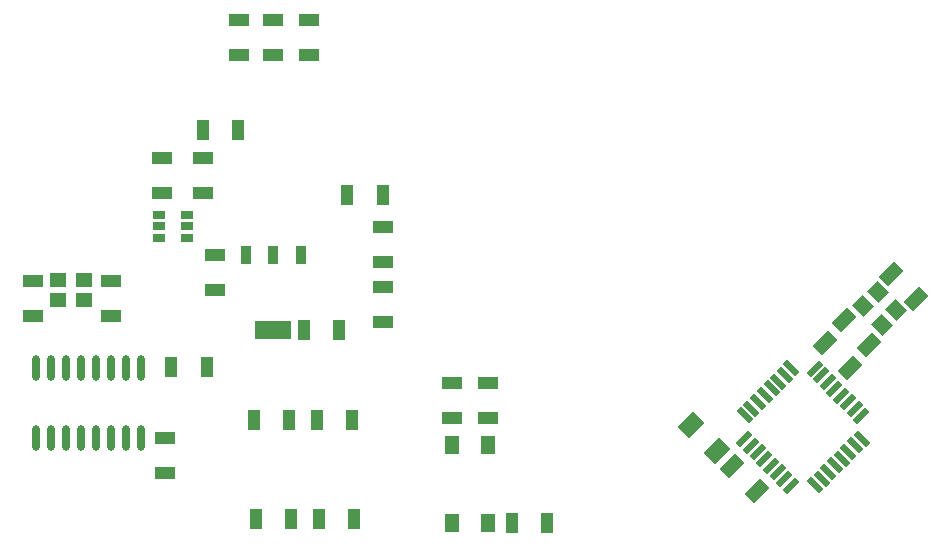
<source format=gtp>
G04*
G04 #@! TF.GenerationSoftware,Altium Limited,Altium Designer,21.1.1 (26)*
G04*
G04 Layer_Color=8421504*
%FSLAX25Y25*%
%MOIN*%
G70*
G04*
G04 #@! TF.SameCoordinates,7D5D5EFA-C770-4444-A878-D417F12E0F6E*
G04*
G04*
G04 #@! TF.FilePolarity,Positive*
G04*
G01*
G75*
%ADD22R,0.07100X0.04400*%
%ADD23R,0.04724X0.05906*%
%ADD24R,0.04400X0.07100*%
G04:AMPARAMS|DCode=25|XSize=54mil|YSize=73mil|CornerRadius=0mil|HoleSize=0mil|Usage=FLASHONLY|Rotation=135.000|XOffset=0mil|YOffset=0mil|HoleType=Round|Shape=Rectangle|*
%AMROTATEDRECTD25*
4,1,4,0.04490,0.00672,-0.00672,-0.04490,-0.04490,-0.00672,0.00672,0.04490,0.04490,0.00672,0.0*
%
%ADD25ROTATEDRECTD25*%

G04:AMPARAMS|DCode=26|XSize=44mil|YSize=71mil|CornerRadius=0mil|HoleSize=0mil|Usage=FLASHONLY|Rotation=135.000|XOffset=0mil|YOffset=0mil|HoleType=Round|Shape=Rectangle|*
%AMROTATEDRECTD26*
4,1,4,0.04066,0.00955,-0.00955,-0.04066,-0.04066,-0.00955,0.00955,0.04066,0.04066,0.00955,0.0*
%
%ADD26ROTATEDRECTD26*%

G04:AMPARAMS|DCode=27|XSize=47.24mil|YSize=55.11mil|CornerRadius=0mil|HoleSize=0mil|Usage=FLASHONLY|Rotation=225.000|XOffset=0mil|YOffset=0mil|HoleType=Round|Shape=Rectangle|*
%AMROTATEDRECTD27*
4,1,4,-0.00278,0.03619,0.03619,-0.00278,0.00278,-0.03619,-0.03619,0.00278,-0.00278,0.03619,0.0*
%
%ADD27ROTATEDRECTD27*%

%ADD28R,0.03937X0.02756*%
%ADD29R,0.03300X0.06300*%
%ADD30R,0.12200X0.06300*%
%ADD31O,0.02400X0.08661*%
%ADD32R,0.05511X0.04724*%
G04:AMPARAMS|DCode=33|XSize=20mil|YSize=61.02mil|CornerRadius=0mil|HoleSize=0mil|Usage=FLASHONLY|Rotation=135.000|XOffset=0mil|YOffset=0mil|HoleType=Round|Shape=Rectangle|*
%AMROTATEDRECTD33*
4,1,4,0.02865,0.01450,-0.01450,-0.02865,-0.02865,-0.01450,0.01450,0.02865,0.02865,0.01450,0.0*
%
%ADD33ROTATEDRECTD33*%

G04:AMPARAMS|DCode=34|XSize=20mil|YSize=61.02mil|CornerRadius=0mil|HoleSize=0mil|Usage=FLASHONLY|Rotation=45.000|XOffset=0mil|YOffset=0mil|HoleType=Round|Shape=Rectangle|*
%AMROTATEDRECTD34*
4,1,4,0.01450,-0.02865,-0.02865,0.01450,-0.01450,0.02865,0.02865,-0.01450,0.01450,-0.02865,0.0*
%
%ADD34ROTATEDRECTD34*%

D22*
X87000Y230100D02*
D03*
Y241900D02*
D03*
X63500Y184000D02*
D03*
Y195800D02*
D03*
X158500Y120900D02*
D03*
Y109100D02*
D03*
X146500D02*
D03*
Y120900D02*
D03*
X33000Y154900D02*
D03*
Y143100D02*
D03*
X7000Y154900D02*
D03*
Y143100D02*
D03*
X99000Y230100D02*
D03*
Y241900D02*
D03*
X123500Y141100D02*
D03*
Y152900D02*
D03*
Y172900D02*
D03*
Y161100D02*
D03*
X51000Y102500D02*
D03*
Y90700D02*
D03*
X67500Y163500D02*
D03*
Y151700D02*
D03*
X75500Y230100D02*
D03*
Y241900D02*
D03*
X50000Y195900D02*
D03*
Y184100D02*
D03*
D23*
X158405Y99992D02*
D03*
X146595Y74008D02*
D03*
X158405D02*
D03*
X146595Y99992D02*
D03*
D24*
X113900Y75500D02*
D03*
X102100D02*
D03*
X113400Y108500D02*
D03*
X101600D02*
D03*
X166600Y74000D02*
D03*
X178400D02*
D03*
X92400Y108500D02*
D03*
X80600D02*
D03*
X92900Y75500D02*
D03*
X81100D02*
D03*
X111700Y183500D02*
D03*
X123500D02*
D03*
X75300Y205000D02*
D03*
X63500D02*
D03*
X53000Y126000D02*
D03*
X64800D02*
D03*
X97200Y138500D02*
D03*
X109000D02*
D03*
D25*
X234849Y98151D02*
D03*
X226151Y106849D02*
D03*
D26*
X239828Y93172D02*
D03*
X248172Y84828D02*
D03*
X292828Y157172D02*
D03*
X301172Y148828D02*
D03*
X285672Y133328D02*
D03*
X277328Y141672D02*
D03*
X279172Y125828D02*
D03*
X270828Y134172D02*
D03*
D27*
X294567Y144943D02*
D03*
X288443Y151068D02*
D03*
X289835Y140211D02*
D03*
X283710Y146336D02*
D03*
D28*
X58224Y176740D02*
D03*
Y173000D02*
D03*
Y169260D02*
D03*
X48923D02*
D03*
Y173000D02*
D03*
Y176740D02*
D03*
D29*
X77900Y163600D02*
D03*
X87000D02*
D03*
X96100D02*
D03*
D30*
X87000Y138400D02*
D03*
D31*
X43000Y125700D02*
D03*
X38000D02*
D03*
X33000D02*
D03*
X28000D02*
D03*
X23000D02*
D03*
X18000D02*
D03*
X13000D02*
D03*
X8000D02*
D03*
Y102300D02*
D03*
X13000D02*
D03*
X18000D02*
D03*
X23000D02*
D03*
X28000D02*
D03*
X33000D02*
D03*
X38000D02*
D03*
X43000D02*
D03*
D32*
X24000Y155193D02*
D03*
X15339D02*
D03*
X24000Y148500D02*
D03*
X15338D02*
D03*
D33*
X282970Y109914D02*
D03*
X280779Y112106D02*
D03*
X278516Y114369D02*
D03*
X276324Y116561D02*
D03*
X274061Y118824D02*
D03*
X271869Y121016D02*
D03*
X269606Y123278D02*
D03*
X267414Y125470D02*
D03*
X244029Y102086D02*
D03*
X246221Y99894D02*
D03*
X248484Y97631D02*
D03*
X250676Y95439D02*
D03*
X252939Y93176D02*
D03*
X255131Y90984D02*
D03*
X257394Y88722D02*
D03*
X259586Y86529D02*
D03*
D34*
X259722Y125607D02*
D03*
X257530Y123415D02*
D03*
X255268Y121152D02*
D03*
X253076Y118960D02*
D03*
X250813Y116697D02*
D03*
X248621Y114505D02*
D03*
X246358Y112243D02*
D03*
X244166Y110051D02*
D03*
X267551Y86666D02*
D03*
X269743Y88858D02*
D03*
X272005Y91121D02*
D03*
X274197Y93313D02*
D03*
X276460Y95575D02*
D03*
X278652Y97768D02*
D03*
X280915Y100030D02*
D03*
X283107Y102222D02*
D03*
M02*

</source>
